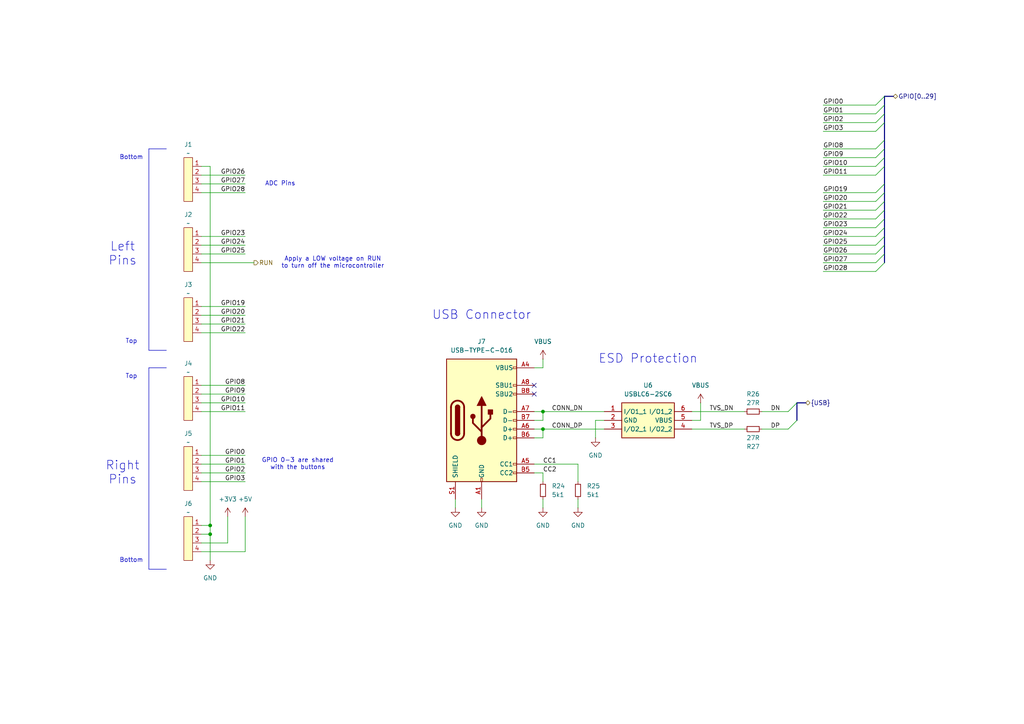
<source format=kicad_sch>
(kicad_sch (version 20231120) (generator "eeschema") (generator_version "8.0")
  (paper "A4")
  (lib_symbols
    (symbol "Device:R_Small" (pin_numbers hide) (pin_names (offset 0.254) hide)
      (property "Reference" "R" (at 0.762 0.508 0))
      (property "Value" "R_Small" (at 0.762 -1.016 0))
      (symbol "R_Small_0_1"
        (rectangle (start -0.762 1.778) (end 0.762 -1.778) (stroke (width 0.2032)))
      )
      (symbol "R_Small_1_1"
        (pin passive line (at 0 2.54 270) (length 0.762) (name "~") (number "1"))
        (pin passive line (at 0 -2.54 90) (length 0.762) (name "~") (number "2"))
      )
    )
    (symbol "USBLC6-2SC6:USBLC6-2SC6"
      (property "Reference" "U" (at 0 5.08 0))
      (property "Value" "USBLC6-2SC6" (at 0 2.54 0))
      (symbol "USBLC6-2SC6_1_1"
        (rectangle (start -7.62 0) (end 7.62 -10.16) (stroke (width 0.254)) (fill (type background)))
        (pin passive line (at -12.7 -2.54 0) (length 5.08) (name "I/O1_1") (number "1"))
        (pin passive line (at -12.7 -5.08 0) (length 5.08) (name "GND") (number "2"))
        (pin passive line (at -12.7 -7.62 0) (length 5.08) (name "I/O2_1") (number "3"))
        (pin passive line (at 12.7 -7.62 180) (length 5.08) (name "I/O2_2") (number "4"))
        (pin passive line (at 12.7 -5.08 180) (length 5.08) (name "VBUS") (number "5"))
        (pin passive line (at 12.7 -2.54 180) (length 5.08) (name "I/O1_2") (number "6"))
      )
    )
    (symbol "badge_symbols:USB-TYPE-C-016" (pin_names (offset 1.016))
      (property "Reference" "J" (at 0 22.225 0))
      (property "Value" "USB-TYPE-C-016" (at 0 19.685 0))
      (property "LCSC part number" "C2927036" (at 0 0 0))
      (symbol "USB-TYPE-C-016_0_0"
        (rectangle (start -0.254 -17.78) (end 0.254 -16.764))
        (rectangle (start 10.16 -14.986) (end 9.144 -15.494))
        (rectangle (start 10.16 -12.446) (end 9.144 -12.954))
        (rectangle (start 10.16 -4.826) (end 9.144 -5.334))
        (rectangle (start 10.16 -2.286) (end 9.144 -2.794))
        (rectangle (start 10.16 0.254) (end 9.144 -0.254))
        (rectangle (start 10.16 2.794) (end 9.144 2.286))
        (rectangle (start 10.16 7.874) (end 9.144 7.366))
        (rectangle (start 10.16 10.414) (end 9.144 9.906))
        (rectangle (start 10.16 15.494) (end 9.144 14.986))
      )
      (symbol "USB-TYPE-C-016_0_1"
        (rectangle (start -10.16 17.78) (end 10.16 -17.78) (stroke (width 0.254)) (fill (type background)))
        (arc (start -8.89 -3.81) (mid -6.985 -5.7067) (end -5.08 -3.81) (stroke (width 0.508)))
        (arc (start -7.62 -3.81) (mid -6.985 -4.4423) (end -6.35 -3.81) (stroke (width 0.254)))
        (arc (start -7.62 -3.81) (mid -6.985 -4.4423) (end -6.35 -3.81) (stroke (width 0.254)) (fill (type outline)))
        (rectangle (start -7.62 -3.81) (end -6.35 3.81) (stroke (width 0.254)) (fill (type outline)))
        (arc (start -6.35 3.81) (mid -6.985 4.4423) (end -7.62 3.81) (stroke (width 0.254)))
        (arc (start -6.35 3.81) (mid -6.985 4.4423) (end -7.62 3.81) (stroke (width 0.254)) (fill (type outline)))
        (arc (start -5.08 3.81) (mid -6.985 5.7067) (end -8.89 3.81) (stroke (width 0.508)))
        (circle (center -2.54 1.143) (radius 0.635) (stroke (width 0.254)) (fill (type outline)))
        (circle (center 0 -5.842) (radius 1.27) (fill (type outline)))
        (polyline (pts (xy -8.89 -3.81) (xy -8.89 3.81)) (stroke (width 0.508)))
        (polyline (pts (xy -5.08 3.81) (xy -5.08 -3.81)) (stroke (width 0.508)))
        (polyline (pts (xy 0 -5.842) (xy 0 4.318)) (stroke (width 0.508)))
        (polyline (pts (xy 0 -3.302) (xy -2.54 -0.762) (xy -2.54 0.508)) (stroke (width 0.508)))
        (polyline (pts (xy 0 -2.032) (xy 2.54 0.508) (xy 2.54 1.778)) (stroke (width 0.508)))
        (polyline (pts (xy -1.27 4.318) (xy 0 6.858) (xy 1.27 4.318) (xy -1.27 4.318)) (stroke (width 0.254)) (fill (type outline)))
        (rectangle (start 1.905 1.778) (end 3.175 3.048) (stroke (width 0.254)) (fill (type outline)))
      )
      (symbol "USB-TYPE-C-016_1_1"
        (pin passive line (at 0 -22.86 90) (length 5.08) (name "GND") (number "A1"))
        (pin passive line (at 0 -22.86 90) (length 5.08) hide (name "GND") (number "A12"))
        (pin passive line (at 15.24 15.24 180) (length 5.08) (name "VBUS") (number "A4"))
        (pin bidirectional line (at 15.24 -12.7 180) (length 5.08) (name "CC1") (number "A5"))
        (pin bidirectional line (at 15.24 -2.54 180) (length 5.08) (name "D+") (number "A6"))
        (pin bidirectional line (at 15.24 2.54 180) (length 5.08) (name "D-") (number "A7"))
        (pin bidirectional line (at 15.24 10.16 180) (length 5.08) (name "SBU1") (number "A8"))
        (pin passive line (at 15.24 15.24 180) (length 5.08) hide (name "VBUS") (number "A9"))
        (pin passive line (at 0 -22.86 90) (length 5.08) hide (name "GND") (number "B1"))
        (pin passive line (at 0 -22.86 90) (length 5.08) hide (name "GND") (number "B12"))
        (pin passive line (at 15.24 15.24 180) (length 5.08) hide (name "VBUS") (number "B4"))
        (pin bidirectional line (at 15.24 -15.24 180) (length 5.08) (name "CC2") (number "B5"))
        (pin bidirectional line (at 15.24 -5.08 180) (length 5.08) (name "D+") (number "B6"))
        (pin bidirectional line (at 15.24 0 180) (length 5.08) (name "D-") (number "B7"))
        (pin bidirectional line (at 15.24 7.62 180) (length 5.08) (name "SBU2") (number "B8"))
        (pin passive line (at 15.24 15.24 180) (length 5.08) hide (name "VBUS") (number "B9"))
        (pin passive line (at -7.62 -22.86 90) (length 5.08) (name "SHIELD") (number "S1"))
      )
    )
    (symbol "badge_symbols:X6511FRS-04-C85D30" (pin_names (offset 0) hide)
      (property "Reference" "J" (at 0 2.54 0))
      (symbol "X6511FRS-04-C85D30_1_1"
        (rectangle (start 0 0) (end 2.54 -12.7) (fill (type background)))
        (pin input line (at -2.54 -2.54 0) (length 2.54) (name "1") (number "1"))
        (pin input line (at -2.54 -5.08 0) (length 2.54) (name "2") (number "2"))
        (pin input line (at -2.54 -7.62 0) (length 2.54) (name "3") (number "3"))
        (pin input line (at -2.54 -10.16 0) (length 2.54) (name "4") (number "4"))
      )
    )
    (symbol "power:+3V3" (power) (pin_numbers hide) (pin_names (offset 0) hide)
      (property "Value" "+3V3" (at 0 3.556 0))
      (symbol "+3V3_0_1"
        (polyline (pts (xy -0.762 1.27) (xy 0 2.54)))
        (polyline (pts (xy 0 0) (xy 0 2.54)))
        (polyline (pts (xy 0 2.54) (xy 0.762 1.27)))
      )
      (symbol "+3V3_1_1"
        (pin power_in line (at 0 0 90) (length 0) (name "~") (number "1"))
      )
    )
    (symbol "power:+5V" (power) (pin_numbers hide) (pin_names (offset 0) hide)
      (property "Value" "+5V" (at 0 3.556 0))
      (symbol "+5V_0_1"
        (polyline (pts (xy -0.762 1.27) (xy 0 2.54)))
        (polyline (pts (xy 0 0) (xy 0 2.54)))
        (polyline (pts (xy 0 2.54) (xy 0.762 1.27)))
      )
      (symbol "+5V_1_1"
        (pin power_in line (at 0 0 90) (length 0) (name "~") (number "1"))
      )
    )
    (symbol "power:GND" (power) (pin_numbers hide) (pin_names (offset 0) hide)
      (property "Value" "GND" (at 0 -3.81 0))
      (symbol "GND_0_1"
        (polyline (pts (xy 0 0) (xy 0 -1.27) (xy 1.27 -1.27) (xy 0 -2.54) (xy -1.27 -1.27) (xy 0 -1.27)))
      )
      (symbol "GND_1_1"
        (pin power_in line (at 0 0 270) (length 0) (name "~") (number "1"))
      )
    )
    (symbol "power:VBUS" (power) (pin_numbers hide) (pin_names (offset 0) hide)
      (property "Value" "VBUS" (at 0 3.556 0))
      (symbol "VBUS_0_1"
        (polyline (pts (xy -0.762 1.27) (xy 0 2.54)))
        (polyline (pts (xy 0 0) (xy 0 2.54)))
        (polyline (pts (xy 0 2.54) (xy 0.762 1.27)))
      )
      (symbol "VBUS_1_1"
        (pin power_in line (at 0 0 90) (length 0) (name "~") (number "1"))
      )
    )
  )
  (bus_alias "USB" (members "DN" "DP"))
  (junction (at 157.48 119.38))
  (junction (at 60.96 154.94))
  (junction (at 157.48 124.46))
  (junction (at 60.96 152.4))
  (no_connect (at 154.94 111.76))
  (no_connect (at 154.94 114.3))
  (bus_entry (at 231.14 116.84) (size -2.54 2.54))
  (bus_entry (at 256.54 45.72) (size -2.54 2.54))
  (bus_entry (at 256.54 60.96) (size -2.54 2.54))
  (bus_entry (at 256.54 76.2) (size -2.54 2.54))
  (bus_entry (at 231.14 121.92) (size -2.54 2.54))
  (bus_entry (at 256.54 66.04) (size -2.54 2.54))
  (bus_entry (at 256.54 30.48) (size -2.54 2.54))
  (bus_entry (at 256.54 48.26) (size -2.54 2.54))
  (bus_entry (at 256.54 40.64) (size -2.54 2.54))
  (bus_entry (at 256.54 73.66) (size -2.54 2.54))
  (bus_entry (at 256.54 63.5) (size -2.54 2.54))
  (bus_entry (at 256.54 27.94) (size -2.54 2.54))
  (bus_entry (at 256.54 71.12) (size -2.54 2.54))
  (bus_entry (at 256.54 68.58) (size -2.54 2.54))
  (bus_entry (at 256.54 58.42) (size -2.54 2.54))
  (bus_entry (at 256.54 53.34) (size -2.54 2.54))
  (bus_entry (at 256.54 55.88) (size -2.54 2.54))
  (bus_entry (at 256.54 43.18) (size -2.54 2.54))
  (bus_entry (at 256.54 35.56) (size -2.54 2.54))
  (bus_entry (at 256.54 33.02) (size -2.54 2.54))
  (wire (pts (xy 154.94 127) (xy 157.48 127)))
  (wire (pts (xy 172.72 121.92) (xy 175.26 121.92)))
  (wire (pts (xy 200.66 121.92) (xy 203.2 121.92)))
  (wire (pts (xy 238.76 73.66) (xy 254 73.66)))
  (wire (pts (xy 58.42 73.66) (xy 71.12 73.66)))
  (wire (pts (xy 238.76 76.2) (xy 254 76.2)))
  (wire (pts (xy 60.96 48.26) (xy 60.96 152.4)))
  (wire (pts (xy 238.76 66.04) (xy 254 66.04)))
  (wire (pts (xy 154.94 106.68) (xy 157.48 106.68)))
  (wire (pts (xy 238.76 63.5) (xy 254 63.5)))
  (wire (pts (xy 60.96 152.4) (xy 60.96 154.94)))
  (wire (pts (xy 238.76 38.1) (xy 254 38.1)))
  (wire (pts (xy 238.76 55.88) (xy 254 55.88)))
  (bus (pts (xy 256.54 45.72) (xy 256.54 48.26)))
  (bus (pts (xy 256.54 63.5) (xy 256.54 66.04)))
  (wire (pts (xy 58.42 137.16) (xy 71.12 137.16)))
  (wire (pts (xy 71.12 149.86) (xy 71.12 160.02)))
  (wire (pts (xy 58.42 111.76) (xy 71.12 111.76)))
  (wire (pts (xy 58.42 76.2) (xy 73.66 76.2)))
  (wire (pts (xy 254 48.26) (xy 238.76 48.26)))
  (wire (pts (xy 200.66 124.46) (xy 215.9 124.46)))
  (bus (pts (xy 256.54 48.26) (xy 256.54 53.34)))
  (polyline (pts (xy 48.26 106.68) (xy 43.18 106.68)))
  (wire (pts (xy 58.42 152.4) (xy 60.96 152.4)))
  (polyline (pts (xy 43.18 106.68) (xy 43.18 165.1)))
  (wire (pts (xy 58.42 134.62) (xy 71.12 134.62)))
  (wire (pts (xy 154.94 124.46) (xy 157.48 124.46)))
  (wire (pts (xy 154.94 137.16) (xy 157.48 137.16)))
  (bus (pts (xy 256.54 27.94) (xy 256.54 30.48)))
  (bus (pts (xy 256.54 55.88) (xy 256.54 58.42)))
  (wire (pts (xy 58.42 93.98) (xy 71.12 93.98)))
  (wire (pts (xy 157.48 124.46) (xy 175.26 124.46)))
  (wire (pts (xy 58.42 53.34) (xy 71.12 53.34)))
  (wire (pts (xy 157.48 137.16) (xy 157.48 139.7)))
  (wire (pts (xy 157.48 147.32) (xy 157.48 144.78)))
  (wire (pts (xy 154.94 121.92) (xy 157.48 121.92)))
  (wire (pts (xy 154.94 119.38) (xy 157.48 119.38)))
  (bus (pts (xy 256.54 73.66) (xy 256.54 76.2)))
  (wire (pts (xy 254 43.18) (xy 238.76 43.18)))
  (wire (pts (xy 238.76 35.56) (xy 254 35.56)))
  (wire (pts (xy 132.08 147.32) (xy 132.08 144.78)))
  (bus (pts (xy 231.14 116.84) (xy 231.14 121.92)))
  (wire (pts (xy 58.42 157.48) (xy 66.04 157.48)))
  (wire (pts (xy 238.76 33.02) (xy 254 33.02)))
  (wire (pts (xy 238.76 60.96) (xy 254 60.96)))
  (wire (pts (xy 139.7 147.32) (xy 139.7 144.78)))
  (wire (pts (xy 58.42 91.44) (xy 71.12 91.44)))
  (wire (pts (xy 203.2 116.84) (xy 203.2 121.92)))
  (wire (pts (xy 58.42 154.94) (xy 60.96 154.94)))
  (wire (pts (xy 200.66 119.38) (xy 215.9 119.38)))
  (polyline (pts (xy 43.18 101.6) (xy 48.26 101.6)))
  (wire (pts (xy 167.64 139.7) (xy 167.64 134.62)))
  (wire (pts (xy 58.42 139.7) (xy 71.12 139.7)))
  (wire (pts (xy 71.12 160.02) (xy 58.42 160.02)))
  (wire (pts (xy 58.42 50.8) (xy 71.12 50.8)))
  (wire (pts (xy 58.42 71.12) (xy 71.12 71.12)))
  (wire (pts (xy 58.42 88.9) (xy 71.12 88.9)))
  (wire (pts (xy 238.76 71.12) (xy 254 71.12)))
  (wire (pts (xy 157.48 124.46) (xy 157.48 127)))
  (polyline (pts (xy 48.26 43.18) (xy 43.18 43.18)))
  (wire (pts (xy 58.42 119.38) (xy 71.12 119.38)))
  (wire (pts (xy 58.42 55.88) (xy 71.12 55.88)))
  (wire (pts (xy 58.42 96.52) (xy 71.12 96.52)))
  (polyline (pts (xy 43.18 165.1) (xy 48.26 165.1)))
  (wire (pts (xy 172.72 127) (xy 172.72 121.92)))
  (wire (pts (xy 60.96 154.94) (xy 60.96 162.56)))
  (bus (pts (xy 256.54 40.64) (xy 256.54 43.18)))
  (bus (pts (xy 256.54 43.18) (xy 256.54 45.72)))
  (wire (pts (xy 238.76 30.48) (xy 254 30.48)))
  (wire (pts (xy 58.42 132.08) (xy 71.12 132.08)))
  (bus (pts (xy 256.54 71.12) (xy 256.54 73.66)))
  (wire (pts (xy 58.42 48.26) (xy 60.96 48.26)))
  (wire (pts (xy 238.76 68.58) (xy 254 68.58)))
  (wire (pts (xy 58.42 68.58) (xy 71.12 68.58)))
  (bus (pts (xy 259.08 27.94) (xy 256.54 27.94)))
  (wire (pts (xy 58.42 116.84) (xy 71.12 116.84)))
  (bus (pts (xy 233.68 116.84) (xy 231.14 116.84)))
  (bus (pts (xy 256.54 58.42) (xy 256.54 60.96)))
  (wire (pts (xy 220.98 119.38) (xy 228.6 119.38)))
  (bus (pts (xy 256.54 68.58) (xy 256.54 71.12)))
  (bus (pts (xy 256.54 30.48) (xy 256.54 33.02)))
  (polyline (pts (xy 43.18 43.18) (xy 43.18 101.6)))
  (wire (pts (xy 58.42 114.3) (xy 71.12 114.3)))
  (wire (pts (xy 238.76 58.42) (xy 254 58.42)))
  (bus (pts (xy 256.54 60.96) (xy 256.54 63.5)))
  (wire (pts (xy 66.04 157.48) (xy 66.04 149.86)))
  (wire (pts (xy 157.48 104.14) (xy 157.48 106.68)))
  (bus (pts (xy 256.54 53.34) (xy 256.54 55.88)))
  (wire (pts (xy 238.76 78.74) (xy 254 78.74)))
  (wire (pts (xy 157.48 119.38) (xy 157.48 121.92)))
  (wire (pts (xy 220.98 124.46) (xy 228.6 124.46)))
  (bus (pts (xy 256.54 35.56) (xy 256.54 40.64)))
  (bus (pts (xy 256.54 33.02) (xy 256.54 35.56)))
  (wire (pts (xy 238.76 45.72) (xy 254 45.72)))
  (wire (pts (xy 157.48 119.38) (xy 175.26 119.38)))
  (wire (pts (xy 254 50.8) (xy 238.76 50.8)))
  (wire (pts (xy 167.64 134.62) (xy 154.94 134.62)))
  (wire (pts (xy 167.64 147.32) (xy 167.64 144.78)))
  (bus (pts (xy 256.54 66.04) (xy 256.54 68.58)))
  (text "ESD Protection" (at 187.96 104.14 0) (effects (font (size 2.54 2.54))))
  (text "ADC Pins" (at 81.28 53.34 0) (effects (font (size 1.27 1.27))))
  (text "Top" (at 38.1 109.22 0) (effects (font (size 1.27 1.27))))
  (text "GPIO 0-3 are shared\nwith the buttons" (at 86.36 134.62 0) (effects (font (size 1.27 1.27))))
  (text "Left\nPins" (at 35.56 73.66 0) (effects (font (size 2.54 2.54))))
  (text "Apply a LOW voltage on RUN\nto turn off the microcontroller" (at 96.52 76.2 0) (effects (font (size 1.27 1.27))))
  (text "USB Connector" (at 139.7 91.44 0) (effects (font (size 2.54 2.54))))
  (text "Bottom" (at 38.1 162.56 0) (effects (font (size 1.27 1.27))))
  (text "Bottom" (at 38.1 45.72 0) (effects (font (size 1.27 1.27))))
  (text "Top" (at 38.1 99.06 0) (effects (font (size 1.27 1.27))))
  (text "Right\nPins" (at 35.56 137.16 0) (effects (font (size 2.54 2.54))))
  (label "GPIO8" (at 71.12 111.76 180))
  (label "GPIO10" (at 71.12 116.84 180))
  (label "GPIO24" (at 71.12 71.12 180))
  (label "GPIO0" (at 71.12 132.08 180))
  (label "DP" (at 223.52 124.46 0))
  (label "GPIO27" (at 71.12 53.34 180))
  (label "GPIO23" (at 71.12 68.58 180))
  (label "GPIO28" (at 238.76 78.74 0))
  (label "GPIO22" (at 71.12 96.52 180))
  (label "GPIO26" (at 238.76 73.66 0))
  (label "CC2" (at 157.48 137.16 0))
  (label "GPIO11" (at 71.12 119.38 180))
  (label "GPIO23" (at 238.76 66.04 0))
  (label "GPIO26" (at 71.12 50.8 180))
  (label "CONN_DP" (at 160.02 124.46 0))
  (label "GPIO20" (at 238.76 58.42 0))
  (label "GPIO22" (at 238.76 63.5 0))
  (label "TVS_DN" (at 205.74 119.38 0))
  (label "GPIO24" (at 238.76 68.58 0))
  (label "GPIO3" (at 238.76 38.1 0))
  (label "TVS_DP" (at 205.74 124.46 0))
  (label "GPIO0" (at 238.76 30.48 0))
  (label "GPIO10" (at 238.76 48.26 0))
  (label "GPIO21" (at 238.76 60.96 0))
  (label "GPIO19" (at 71.12 88.9 180))
  (label "CONN_DN" (at 160.02 119.38 0))
  (label "GPIO28" (at 71.12 55.88 180))
  (label "GPIO25" (at 238.76 71.12 0))
  (label "GPIO2" (at 238.76 35.56 0))
  (label "GPIO25" (at 71.12 73.66 180))
  (label "GPIO1" (at 71.12 134.62 180))
  (label "GPIO1" (at 238.76 33.02 0))
  (label "CC1" (at 157.48 134.62 0))
  (label "GPIO2" (at 71.12 137.16 180))
  (label "GPIO11" (at 238.76 50.8 0))
  (label "GPIO8" (at 238.76 43.18 0))
  (label "GPIO27" (at 238.76 76.2 0))
  (label "GPIO9" (at 238.76 45.72 0))
  (label "GPIO19" (at 238.76 55.88 0))
  (label "DN" (at 223.52 119.38 0))
  (label "GPIO9" (at 71.12 114.3 180))
  (label "GPIO3" (at 71.12 139.7 180))
  (label "GPIO21" (at 71.12 93.98 180))
  (label "GPIO20" (at 71.12 91.44 180))
  (hierarchical_label "RUN" (shape output) (at 73.66 76.2 0))
  (hierarchical_label "{USB}" (shape bidirectional) (at 233.68 116.84 0))
  (hierarchical_label "GPIO[0..29]" (shape bidirectional) (at 259.08 27.94 0))
  (symbol (lib_id "USBLC6-2SC6:USBLC6-2SC6") (at 187.96 116.84 0) (unit 1)
    (property "Reference" "U6" (at 187.96 111.76 0))
    (property "Value" "USBLC6-2SC6" (at 187.96 114.3 0))
    (property "Footprint" "badge_footprints:SOT95P280X145-6N" (effects (hide yes)))
    (property "Datasheet" "http://www.st.com/st-web-ui/static/active/en/resource/technical/document/datasheet/CD00050750.pdf" (effects (hide yes)))
    (property "Description" "TVS Diode Array Uni-Directional USBLC6-2SC6 17V, SOT-23 6-Pin" (effects (hide yes)))
    (property "Height" "1.45" (effects (hide yes)))
    (property "Manufacturer_Name" "STMicroelectronics" (effects (hide yes)))
    (property "Manufacturer_Part_Number" "USBLC6-2SC6" (effects (hide yes)))
    (property "Mouser Part Number" "511-USBLC6-2SC6" (effects (hide yes)))
    (property "Mouser Price/Stock" "https://www.mouser.co.uk/ProductDetail/STMicroelectronics/USBLC6-2SC6?qs=po45yt2pPpu%2FhNIlwQdTlg%3D%3D" (effects (hide yes)))
    (property "Arrow Part Number" "USBLC6-2SC6" (effects (hide yes)))
    (property "Arrow Price/Stock" "https://www.arrow.com/en/products/usblc6-2sc6/stmicroelectronics?utm_currency=USD&region=europe" (effects (hide yes)))
    (property "LCSC part number" "C5180249" (effects (hide yes)))
  )
  (symbol (lib_id "power:GND") (at 172.72 127 0) (unit 1)
    (property "Reference" "#PWR039" (effects (hide yes)))
    (property "Value" "GND" (at 172.72 132.08 0))
    (property "Description" "Power symbol creates a global label with name \"GND\" , ground" (effects (hide yes)))
  )
  (symbol (lib_id "Device:R_Small") (at 167.64 142.24 180) (unit 1)
    (property "Reference" "R25" (at 170.18 140.9699 0) (effects (justify right)))
    (property "Value" "5k1" (at 170.18 143.5099 0) (effects (justify right)))
    (property "Footprint" "Resistor_SMD:R_0402_1005Metric" (effects (hide yes)))
    (property "Description" "Resistor, small symbol" (effects (hide yes)))
  )
  (symbol (lib_id "power:GND") (at 132.08 147.32 0) (unit 1)
    (property "Reference" "#PWR034" (effects (hide yes)))
    (property "Value" "GND" (at 132.08 152.4 0))
    (property "Description" "Power symbol creates a global label with name \"GND\" , ground" (effects (hide yes)))
  )
  (symbol (lib_id "badge_symbols:X6511FRS-04-C85D30") (at 55.88 66.04 0) (mirror y) (unit 1)
    (property "Reference" "J2" (at 54.61 62.23 0))
    (property "Value" "~" (at 54.61 64.77 0))
    (property "Footprint" "badge_footprints:X6511FRS-04-C85D30" (effects (hide yes)))
    (property "Datasheet" "https://www.lcsc.com/datasheet/lcsc_datasheet_2208221800_XKB-Connection-X6511FRS-04-C85D30_C5142237.pdf" (effects (hide yes)))
    (property "LCSC part number" "C5142237" (effects (hide yes)))
  )
  (symbol (lib_id "badge_symbols:X6511FRS-04-C85D30") (at 55.88 45.72 0) (mirror y) (unit 1)
    (property "Reference" "J1" (at 54.61 41.91 0))
    (property "Value" "~" (at 54.61 44.45 0))
    (property "Footprint" "badge_footprints:X6511FRS-04-C85D30" (effects (hide yes)))
    (property "Datasheet" "https://www.lcsc.com/datasheet/lcsc_datasheet_2208221800_XKB-Connection-X6511FRS-04-C85D30_C5142237.pdf" (effects (hide yes)))
    (property "LCSC part number" "C5142237" (effects (hide yes)))
  )
  (symbol (lib_id "badge_symbols:X6511FRS-04-C85D30") (at 55.88 149.86 0) (mirror y) (unit 1)
    (property "Reference" "J6" (at 54.61 146.05 0))
    (property "Value" "~" (at 54.61 148.59 0))
    (property "Footprint" "badge_footprints:X6511FRS-04-C85D30" (effects (hide yes)))
    (property "Datasheet" "https://www.lcsc.com/datasheet/lcsc_datasheet_2208221800_XKB-Connection-X6511FRS-04-C85D30_C5142237.pdf" (effects (hide yes)))
    (property "LCSC part number" "C5142237" (effects (hide yes)))
  )
  (symbol (lib_id "badge_symbols:X6511FRS-04-C85D30") (at 55.88 129.54 0) (mirror y) (unit 1)
    (property "Reference" "J5" (at 54.61 125.73 0))
    (property "Value" "~" (at 54.61 128.27 0))
    (property "Footprint" "badge_footprints:X6511FRS-04-C85D30" (effects (hide yes)))
    (property "Datasheet" "https://www.lcsc.com/datasheet/lcsc_datasheet_2208221800_XKB-Connection-X6511FRS-04-C85D30_C5142237.pdf" (effects (hide yes)))
    (property "LCSC part number" "C5142237" (effects (hide yes)))
  )
  (symbol (lib_id "power:VBUS") (at 203.2 116.84 0) (unit 1)
    (property "Reference" "#PWR040" (effects (hide yes)))
    (property "Value" "VBUS" (at 203.2 111.76 0))
    (property "Description" "Power symbol creates a global label with name \"VBUS\"" (effects (hide yes)))
  )
  (symbol (lib_id "power:GND") (at 60.96 162.56 0) (unit 1)
    (property "Reference" "#PWR031" (effects (hide yes)))
    (property "Value" "GND" (at 60.96 167.64 0))
    (property "Description" "Power symbol creates a global label with name \"GND\" , ground" (effects (hide yes)))
  )
  (symbol (lib_id "Device:R_Small") (at 157.48 142.24 180) (unit 1)
    (property "Reference" "R24" (at 160.02 140.9699 0) (effects (justify right)))
    (property "Value" "5k1" (at 160.02 143.5099 0) (effects (justify right)))
    (property "Footprint" "Resistor_SMD:R_0402_1005Metric" (effects (hide yes)))
    (property "Description" "Resistor, small symbol" (effects (hide yes)))
  )
  (symbol (lib_id "badge_symbols:USB-TYPE-C-016") (at 139.7 121.92 0) (unit 1)
    (property "Reference" "J7" (at 139.7 99.06 0))
    (property "Value" "USB-TYPE-C-016" (at 139.7 101.6 0))
    (property "Footprint" "badge_footprints:USB-TYPE-C-016" (effects (hide yes)))
    (property "Datasheet" "https://www.lcsc.com/datasheet/lcsc_datasheet_2410010031_DEALON-USB-TYPE-C-016_C2927036.pdf" (effects (hide yes)))
    (property "Description" "USB 2.0-only 16P Type-C Receptacle connector" (effects (hide yes)))
    (property "LCSC part number" "C2927036" (effects (hide yes)))
  )
  (symbol (lib_id "power:+5V") (at 71.12 149.86 0) (unit 1)
    (property "Reference" "#PWR033" (effects (hide yes)))
    (property "Value" "+5V" (at 71.12 144.78 0))
    (property "Description" "Power symbol creates a global label with name \"+5V\"" (effects (hide yes)))
  )
  (symbol (lib_id "power:GND") (at 139.7 147.32 0) (unit 1)
    (property "Reference" "#PWR035" (effects (hide yes)))
    (property "Value" "GND" (at 139.7 152.4 0))
    (property "Description" "Power symbol creates a global label with name \"GND\" , ground" (effects (hide yes)))
  )
  (symbol (lib_id "Device:R_Small") (at 218.44 124.46 90) (mirror x) (unit 1)
    (property "Reference" "R27" (at 218.44 129.54 90))
    (property "Value" "27R" (at 218.44 127 90))
    (property "Footprint" "Resistor_SMD:R_0402_1005Metric" (effects (hide yes)))
    (property "Description" "Resistor, small symbol" (effects (hide yes)))
  )
  (symbol (lib_id "power:GND") (at 157.48 147.32 0) (unit 1)
    (property "Reference" "#PWR037" (effects (hide yes)))
    (property "Value" "GND" (at 157.48 152.4 0))
    (property "Description" "Power symbol creates a global label with name \"GND\" , ground" (effects (hide yes)))
  )
  (symbol (lib_id "badge_symbols:X6511FRS-04-C85D30") (at 55.88 86.36 0) (mirror y) (unit 1)
    (property "Reference" "J3" (at 54.61 82.55 0))
    (property "Value" "~" (at 54.61 85.09 0))
    (property "Footprint" "badge_footprints:X6511FRS-04-C85D30" (effects (hide yes)))
    (property "Datasheet" "https://www.lcsc.com/datasheet/lcsc_datasheet_2208221800_XKB-Connection-X6511FRS-04-C85D30_C5142237.pdf" (effects (hide yes)))
    (property "LCSC part number" "C5142237" (effects (hide yes)))
  )
  (symbol (lib_id "power:+3V3") (at 66.04 149.86 0) (unit 1)
    (property "Reference" "#PWR032" (effects (hide yes)))
    (property "Value" "+3V3" (at 66.04 144.78 0))
    (property "Description" "Power symbol creates a global label with name \"+3V3\"" (effects (hide yes)))
  )
  (symbol (lib_id "power:VBUS") (at 157.48 104.14 0) (unit 1)
    (property "Reference" "#PWR036" (effects (hide yes)))
    (property "Value" "VBUS" (at 157.48 99.06 0))
    (property "Description" "Power symbol creates a global label with name \"VBUS\"" (effects (hide yes)))
  )
  (symbol (lib_id "Device:R_Small") (at 218.44 119.38 90) (unit 1)
    (property "Reference" "R26" (at 218.44 114.3 90))
    (property "Value" "27R" (at 218.44 116.84 90))
    (property "Footprint" "Resistor_SMD:R_0402_1005Metric" (effects (hide yes)))
    (property "Description" "Resistor, small symbol" (effects (hide yes)))
  )
  (symbol (lib_id "power:GND") (at 167.64 147.32 0) (unit 1)
    (property "Reference" "#PWR038" (effects (hide yes)))
    (property "Value" "GND" (at 167.64 152.4 0))
    (property "Description" "Power symbol creates a global label with name \"GND\" , ground" (effects (hide yes)))
  )
  (symbol (lib_id "badge_symbols:X6511FRS-04-C85D30") (at 55.88 109.22 0) (mirror y) (unit 1)
    (property "Reference" "J4" (at 54.61 105.41 0))
    (property "Value" "~" (at 54.61 107.95 0))
    (property "Footprint" "badge_footprints:X6511FRS-04-C85D30" (effects (hide yes)))
    (property "Datasheet" "https://www.lcsc.com/datasheet/lcsc_datasheet_2208221800_XKB-Connection-X6511FRS-04-C85D30_C5142237.pdf" (effects (hide yes)))
    (property "LCSC part number" "C5142237" (effects (hide yes)))
  )
)
</source>
